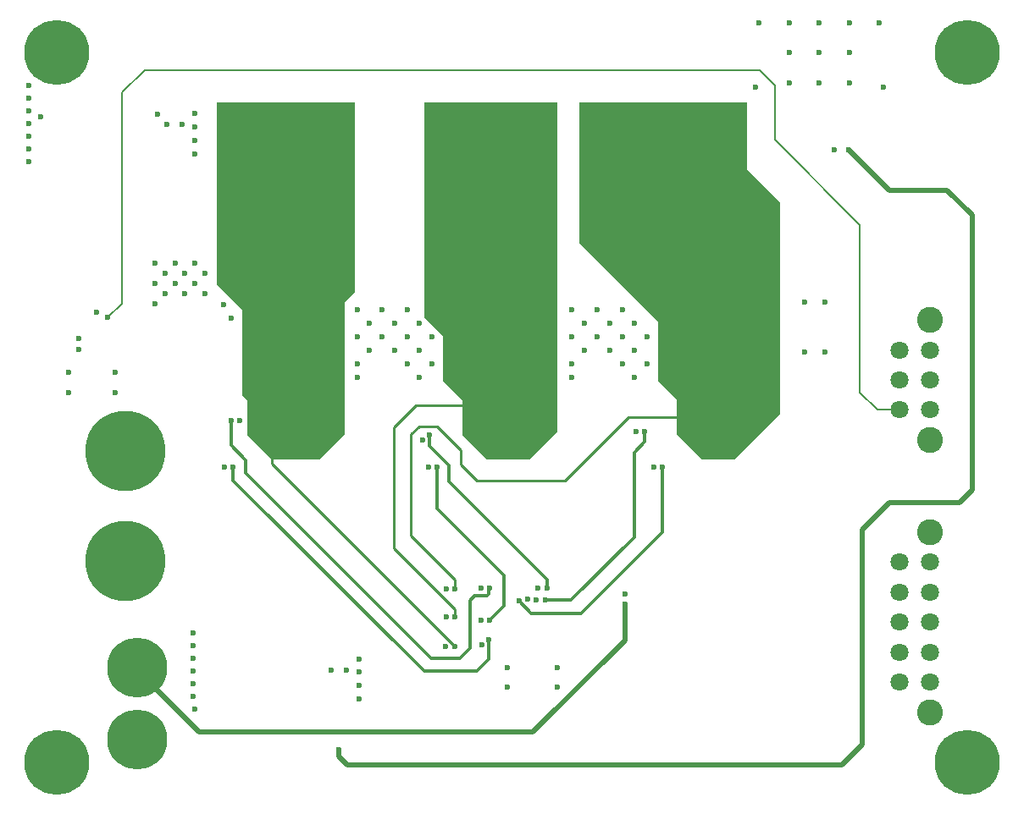
<source format=gbl>
G04*
G04 #@! TF.GenerationSoftware,Altium Limited,Altium Designer,23.3.1 (30)*
G04*
G04 Layer_Physical_Order=4*
G04 Layer_Color=16711680*
%FSLAX25Y25*%
%MOIN*%
G70*
G04*
G04 #@! TF.SameCoordinates,C60E4857-7E3E-4254-B878-B1AAC805503D*
G04*
G04*
G04 #@! TF.FilePolarity,Positive*
G04*
G01*
G75*
%ADD13C,0.01000*%
%ADD62C,0.01181*%
%ADD63C,0.00803*%
%ADD64C,0.01968*%
%ADD65C,0.23622*%
%ADD66C,0.25591*%
%ADD67C,0.31496*%
%ADD68C,0.10236*%
%ADD69C,0.07087*%
%ADD70C,0.10039*%
%ADD71C,0.02362*%
G36*
X134843Y202756D02*
X130905Y198819D01*
Y146653D01*
X121063Y136811D01*
X102362D01*
X92520Y146653D01*
Y160433D01*
X90551Y162402D01*
Y195866D01*
X80709Y205709D01*
Y277559D01*
X134843D01*
Y202756D01*
D02*
G37*
G36*
X214567Y147638D02*
X203740Y136811D01*
X187008D01*
X177165Y146653D01*
Y160433D01*
X169783Y167815D01*
Y185531D01*
X162402Y192913D01*
Y277559D01*
X214567D01*
Y147638D01*
D02*
G37*
G36*
X289370Y250984D02*
X302165Y238189D01*
Y154528D01*
X284449Y136811D01*
X271654D01*
X261811Y146653D01*
Y160433D01*
X254429Y167815D01*
Y191437D01*
X223425Y222441D01*
Y277559D01*
X289370D01*
Y250984D01*
D02*
G37*
D13*
X157087Y107087D02*
Y146850D01*
X160236Y150000D01*
X167323D01*
X159055Y158268D02*
X179528D01*
X150394Y149606D02*
X159055Y158268D01*
X217717Y128740D02*
X242520Y153543D01*
X263779D01*
X183071Y128740D02*
X217717D01*
X176772Y135039D02*
X183071Y128740D01*
X176772Y135039D02*
Y140551D01*
X167323Y150000D02*
X176772Y140551D01*
X102362Y135236D02*
Y138976D01*
Y135236D02*
X174409Y63189D01*
Y85827D02*
Y89764D01*
X157087Y107087D02*
X174409Y89764D01*
X150394Y101969D02*
Y149606D01*
X174409Y75000D02*
Y77953D01*
X150394Y101969D02*
X174409Y77953D01*
D62*
X187040Y83169D02*
X187732Y83861D01*
Y86157D01*
X180263Y81444D02*
X181988Y83169D01*
X187040D01*
X244882Y106299D02*
Y139764D01*
X220079Y81496D02*
X244882Y106299D01*
Y139764D02*
X249016Y143898D01*
Y148031D01*
X255906Y108268D02*
Y133858D01*
X224016Y76378D02*
X255906Y108268D01*
X164370Y142323D02*
X172047Y134646D01*
Y128347D02*
X210679Y89715D01*
X172047Y128347D02*
Y134646D01*
X164370Y142323D02*
Y146457D01*
X167323Y117679D02*
X193719Y91283D01*
X167323Y117679D02*
Y133858D01*
X204429Y76378D02*
X224016D01*
X199606Y81201D02*
X204429Y76378D01*
X209842Y81496D02*
X220079D01*
X210679Y86270D02*
Y89715D01*
X193719Y79349D02*
Y91283D01*
X187845Y73474D02*
X193719Y79349D01*
X92126Y131496D02*
Y136614D01*
X164961Y58661D02*
X176378D01*
X92126Y131496D02*
X164961Y58661D01*
X176378D02*
X180263Y62547D01*
Y81444D01*
X87008Y128740D02*
Y133858D01*
Y128740D02*
X162205Y53543D01*
X183071D01*
X86221Y142520D02*
Y152264D01*
Y142520D02*
X92126Y136614D01*
X183071Y53543D02*
X187795Y58268D01*
Y65748D01*
X187732Y86157D02*
X187845Y86270D01*
D63*
X43307Y281496D02*
X52165Y290354D01*
X294291D01*
X300197Y284449D01*
Y262795D02*
Y284449D01*
X333661Y163386D02*
Y229331D01*
X300197Y262795D02*
X333661Y229331D01*
Y163386D02*
X340551Y156496D01*
X349410D01*
X43307Y198425D02*
Y281496D01*
X37795Y192913D02*
X43307Y198425D01*
D64*
X73622Y29528D02*
X205118D01*
X241339Y65748D01*
X49213Y53937D02*
X73622Y29528D01*
X49213Y53937D02*
Y55118D01*
X329429Y258987D02*
X345306Y243110D01*
X368110D01*
X377953Y125000D02*
Y233268D01*
X368110Y243110D02*
X377953Y233268D01*
X373031Y120079D02*
X377953Y125000D01*
X345472Y120079D02*
X373031D01*
X334646Y109252D02*
X345472Y120079D01*
X334646Y24606D02*
Y109252D01*
X131890Y16732D02*
X326772D01*
X334646Y24606D01*
X128750Y19872D02*
X131890Y16732D01*
X128750Y19872D02*
Y22638D01*
X241339Y65748D02*
Y79921D01*
D65*
X49213Y26772D02*
D03*
Y55118D02*
D03*
D66*
X375984Y17717D02*
D03*
X17717D02*
D03*
X17717Y297244D02*
D03*
X375984D02*
D03*
D67*
X44685Y140157D02*
D03*
Y96850D02*
D03*
D68*
X361221Y144685D02*
D03*
Y191929D02*
D03*
Y108268D02*
D03*
Y37402D02*
D03*
D69*
Y156496D02*
D03*
Y168307D02*
D03*
Y180118D02*
D03*
X349410Y156496D02*
D03*
Y168307D02*
D03*
Y180118D02*
D03*
Y96457D02*
D03*
Y84646D02*
D03*
Y72835D02*
D03*
Y61024D02*
D03*
Y49213D02*
D03*
X361221Y96457D02*
D03*
Y84646D02*
D03*
Y72835D02*
D03*
Y61024D02*
D03*
Y49213D02*
D03*
D70*
X240748Y235827D02*
D03*
Y255906D02*
D03*
X260827Y235827D02*
D03*
Y255906D02*
D03*
X189469D02*
D03*
Y235827D02*
D03*
X169390Y255906D02*
D03*
Y235827D02*
D03*
X98032D02*
D03*
Y255906D02*
D03*
X118110Y235827D02*
D03*
Y255906D02*
D03*
D71*
X184498Y86270D02*
D03*
X206348Y81595D02*
D03*
X203150Y81988D02*
D03*
X183071Y29528D02*
D03*
X188976D02*
D03*
X170276D02*
D03*
X176181D02*
D03*
X163386D02*
D03*
X157480D02*
D03*
X26378Y184646D02*
D03*
X375984Y7874D02*
D03*
X366142Y17717D02*
D03*
X385827D02*
D03*
X375984Y27559D02*
D03*
X382944Y10757D02*
D03*
X369024D02*
D03*
X382944Y24676D02*
D03*
X369024D02*
D03*
X17717Y7874D02*
D03*
X7874Y17717D02*
D03*
X27559D02*
D03*
X17717Y27559D02*
D03*
X24676Y10757D02*
D03*
X10757D02*
D03*
X24676Y24676D02*
D03*
X10757D02*
D03*
X17717Y287402D02*
D03*
X7874Y297244D02*
D03*
X27559D02*
D03*
X17717Y307087D02*
D03*
X24676Y290284D02*
D03*
X10757D02*
D03*
X24676Y304204D02*
D03*
X10757D02*
D03*
X375984Y287402D02*
D03*
X366142Y297244D02*
D03*
X385827D02*
D03*
X375984Y307087D02*
D03*
X382944Y290284D02*
D03*
X369024D02*
D03*
X382944Y304204D02*
D03*
X369024D02*
D03*
X22441Y171260D02*
D03*
Y163386D02*
D03*
X40551Y171260D02*
D03*
Y163386D02*
D03*
X212992Y158268D02*
D03*
X212992Y186614D02*
D03*
X212992Y181890D02*
D03*
X212992Y177165D02*
D03*
X212992Y172441D02*
D03*
X212992Y167717D02*
D03*
X212992Y162992D02*
D03*
X206890Y158268D02*
D03*
X206890Y186614D02*
D03*
X206890Y181890D02*
D03*
X206890Y177165D02*
D03*
X206890Y172441D02*
D03*
X206890Y167717D02*
D03*
X206890Y162992D02*
D03*
X245079Y169291D02*
D03*
X240158Y174606D02*
D03*
X250000D02*
D03*
X245079Y179921D02*
D03*
X235236D02*
D03*
X250000Y185236D02*
D03*
X240158D02*
D03*
X230315D02*
D03*
X225394Y179921D02*
D03*
X220472Y185236D02*
D03*
Y174606D02*
D03*
X225394Y190551D02*
D03*
X235236D02*
D03*
X245079D02*
D03*
X220472Y195866D02*
D03*
X230315Y195866D02*
D03*
X240158D02*
D03*
X220472Y169291D02*
D03*
X128346Y158268D02*
D03*
X128347Y162992D02*
D03*
X128347Y167717D02*
D03*
X128347Y172441D02*
D03*
X128347Y177165D02*
D03*
X128347Y181890D02*
D03*
X128347Y186614D02*
D03*
X122244Y158268D02*
D03*
X122244Y162992D02*
D03*
X122244Y167717D02*
D03*
X122244Y172441D02*
D03*
X122244Y177165D02*
D03*
X122244Y181890D02*
D03*
X122244Y186614D02*
D03*
X135827Y169291D02*
D03*
X155512Y195866D02*
D03*
X145669D02*
D03*
X135827Y195866D02*
D03*
X299606Y162992D02*
D03*
X299606Y167717D02*
D03*
X299606Y172441D02*
D03*
X299606Y177165D02*
D03*
X299606Y181890D02*
D03*
X299606Y186614D02*
D03*
X299606Y158268D02*
D03*
X292520Y162992D02*
D03*
X292520Y167717D02*
D03*
X292520Y172441D02*
D03*
X292520Y177165D02*
D03*
X292520Y181890D02*
D03*
X292520Y186614D02*
D03*
X292520Y158268D02*
D03*
X264173D02*
D03*
X285433D02*
D03*
X278346Y153543D02*
D03*
Y158268D02*
D03*
X271260D02*
D03*
Y153543D02*
D03*
X264173D02*
D03*
Y148819D02*
D03*
X271260D02*
D03*
Y144095D02*
D03*
X271654Y138976D02*
D03*
X264173Y186614D02*
D03*
X264173Y181890D02*
D03*
X271260Y186614D02*
D03*
X271260Y181890D02*
D03*
X278346Y181890D02*
D03*
X278346Y186614D02*
D03*
X285433Y186614D02*
D03*
X285433Y181890D02*
D03*
X285433Y177165D02*
D03*
X285433Y172441D02*
D03*
X285433Y167717D02*
D03*
X285433Y162992D02*
D03*
X160433Y190551D02*
D03*
X150591D02*
D03*
X140748D02*
D03*
X200787Y162992D02*
D03*
X200787Y167717D02*
D03*
X200787Y172441D02*
D03*
X200787Y177165D02*
D03*
X200787Y181890D02*
D03*
X200787Y186614D02*
D03*
X193701Y186614D02*
D03*
X193701Y181890D02*
D03*
X186614Y181890D02*
D03*
X186614Y186614D02*
D03*
X179527Y181890D02*
D03*
X179527Y186614D02*
D03*
X187008Y138976D02*
D03*
X186614Y144095D02*
D03*
Y148819D02*
D03*
X179528D02*
D03*
Y153543D02*
D03*
X186614D02*
D03*
Y158268D02*
D03*
X193701D02*
D03*
Y153543D02*
D03*
X200787Y158268D02*
D03*
X252559Y133858D02*
D03*
X255906D02*
D03*
X164370Y146457D02*
D03*
X179528Y158268D02*
D03*
X94882Y186614D02*
D03*
X94882Y181890D02*
D03*
X101969Y186614D02*
D03*
X101969Y181890D02*
D03*
X109055Y181890D02*
D03*
X109055Y186614D02*
D03*
X116142Y186614D02*
D03*
X116142Y181890D02*
D03*
X116142Y177165D02*
D03*
X116142Y172441D02*
D03*
X116142Y167717D02*
D03*
X116142Y162992D02*
D03*
X116142Y158268D02*
D03*
X109055Y153543D02*
D03*
Y158268D02*
D03*
X94882D02*
D03*
X101969D02*
D03*
Y153543D02*
D03*
X94882D02*
D03*
Y148819D02*
D03*
X101969D02*
D03*
Y144095D02*
D03*
X102362Y138976D02*
D03*
X83465Y198031D02*
D03*
X86221Y192520D02*
D03*
X56299Y198425D02*
D03*
X60236Y202362D02*
D03*
X68110D02*
D03*
X75984D02*
D03*
X56299Y206299D02*
D03*
X64173D02*
D03*
X72047D02*
D03*
X60236Y210236D02*
D03*
X68110D02*
D03*
X75984D02*
D03*
X72047Y214173D02*
D03*
X64173D02*
D03*
X56299D02*
D03*
X33465Y194882D02*
D03*
X37795Y192913D02*
D03*
X135827Y174606D02*
D03*
Y185236D02*
D03*
X140748Y179921D02*
D03*
X145669Y185236D02*
D03*
X155512D02*
D03*
X165354D02*
D03*
X150591Y179921D02*
D03*
X160433D02*
D03*
X165354Y174606D02*
D03*
X155512D02*
D03*
X160433Y169291D02*
D03*
X209842Y81496D02*
D03*
X171063Y85827D02*
D03*
Y75000D02*
D03*
X170669Y63189D02*
D03*
X194882Y55118D02*
D03*
Y47244D02*
D03*
X214567Y55118D02*
D03*
Y47244D02*
D03*
X312008Y179134D02*
D03*
X319882D02*
D03*
X312008Y198819D02*
D03*
X319882D02*
D03*
X323524Y258987D02*
D03*
X329429D02*
D03*
X128750Y22638D02*
D03*
X136821Y58423D02*
D03*
Y47872D02*
D03*
Y53148D02*
D03*
Y42596D02*
D03*
X125797Y53994D02*
D03*
X131703D02*
D03*
X71850Y38738D02*
D03*
X71464Y43725D02*
D03*
Y53699D02*
D03*
Y58686D02*
D03*
Y63672D02*
D03*
Y68659D02*
D03*
Y48712D02*
D03*
X241339Y83858D02*
D03*
Y79921D02*
D03*
X161614Y144488D02*
D03*
X245669Y148031D02*
D03*
X163976Y133858D02*
D03*
X6693Y264304D02*
D03*
X11417Y272047D02*
D03*
X6693Y284252D02*
D03*
Y279265D02*
D03*
Y274278D02*
D03*
Y269291D02*
D03*
Y259318D02*
D03*
Y254331D02*
D03*
X66929Y268799D02*
D03*
X61024D02*
D03*
X72047Y257402D02*
D03*
Y267953D02*
D03*
Y262677D02*
D03*
Y273228D02*
D03*
X57480Y272835D02*
D03*
X26378Y180315D02*
D03*
X342913Y283776D02*
D03*
X292520D02*
D03*
X305906Y285433D02*
D03*
X317717D02*
D03*
X329528D02*
D03*
X305906Y297244D02*
D03*
X317717D02*
D03*
X329528D02*
D03*
X341339Y309055D02*
D03*
X329528D02*
D03*
X317717D02*
D03*
X305906D02*
D03*
X294094D02*
D03*
X167323Y133858D02*
D03*
X249016Y148031D02*
D03*
X174409Y75000D02*
D03*
X89567Y152264D02*
D03*
X83661Y133858D02*
D03*
X86221Y152264D02*
D03*
X87008Y133858D02*
D03*
X174409Y85827D02*
D03*
Y63189D02*
D03*
X187845Y73474D02*
D03*
X184596D02*
D03*
X210679Y86270D02*
D03*
X207136D02*
D03*
X187845D02*
D03*
X199606Y81201D02*
D03*
X184941Y64075D02*
D03*
X187795Y65847D02*
D03*
M02*

</source>
